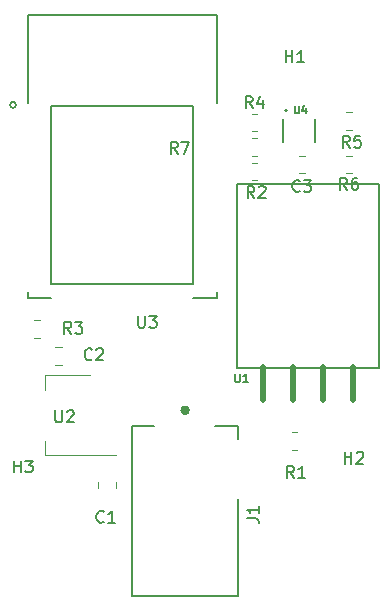
<source format=gbr>
%TF.GenerationSoftware,KiCad,Pcbnew,(6.0.6)*%
%TF.CreationDate,2023-01-19T12:46:02-03:00*%
%TF.ProjectId,mod_sensores,6d6f645f-7365-46e7-936f-7265732e6b69,rev?*%
%TF.SameCoordinates,Original*%
%TF.FileFunction,Legend,Top*%
%TF.FilePolarity,Positive*%
%FSLAX46Y46*%
G04 Gerber Fmt 4.6, Leading zero omitted, Abs format (unit mm)*
G04 Created by KiCad (PCBNEW (6.0.6)) date 2023-01-19 12:46:02*
%MOMM*%
%LPD*%
G01*
G04 APERTURE LIST*
%ADD10C,0.150000*%
%ADD11C,0.120000*%
%ADD12C,0.127000*%
%ADD13C,0.200000*%
%ADD14C,0.400000*%
%ADD15C,0.508000*%
G04 APERTURE END LIST*
D10*
%TO.C,U2*%
X89738095Y-98702380D02*
X89738095Y-99511904D01*
X89785714Y-99607142D01*
X89833333Y-99654761D01*
X89928571Y-99702380D01*
X90119047Y-99702380D01*
X90214285Y-99654761D01*
X90261904Y-99607142D01*
X90309523Y-99511904D01*
X90309523Y-98702380D01*
X90738095Y-98797619D02*
X90785714Y-98750000D01*
X90880952Y-98702380D01*
X91119047Y-98702380D01*
X91214285Y-98750000D01*
X91261904Y-98797619D01*
X91309523Y-98892857D01*
X91309523Y-98988095D01*
X91261904Y-99130952D01*
X90690476Y-99702380D01*
X91309523Y-99702380D01*
%TO.C,C3*%
X110433333Y-80107142D02*
X110385714Y-80154761D01*
X110242857Y-80202380D01*
X110147619Y-80202380D01*
X110004761Y-80154761D01*
X109909523Y-80059523D01*
X109861904Y-79964285D01*
X109814285Y-79773809D01*
X109814285Y-79630952D01*
X109861904Y-79440476D01*
X109909523Y-79345238D01*
X110004761Y-79250000D01*
X110147619Y-79202380D01*
X110242857Y-79202380D01*
X110385714Y-79250000D01*
X110433333Y-79297619D01*
X110766666Y-79202380D02*
X111385714Y-79202380D01*
X111052380Y-79583333D01*
X111195238Y-79583333D01*
X111290476Y-79630952D01*
X111338095Y-79678571D01*
X111385714Y-79773809D01*
X111385714Y-80011904D01*
X111338095Y-80107142D01*
X111290476Y-80154761D01*
X111195238Y-80202380D01*
X110909523Y-80202380D01*
X110814285Y-80154761D01*
X110766666Y-80107142D01*
%TO.C,R3*%
X91083333Y-92202380D02*
X90750000Y-91726190D01*
X90511904Y-92202380D02*
X90511904Y-91202380D01*
X90892857Y-91202380D01*
X90988095Y-91250000D01*
X91035714Y-91297619D01*
X91083333Y-91392857D01*
X91083333Y-91535714D01*
X91035714Y-91630952D01*
X90988095Y-91678571D01*
X90892857Y-91726190D01*
X90511904Y-91726190D01*
X91416666Y-91202380D02*
X92035714Y-91202380D01*
X91702380Y-91583333D01*
X91845238Y-91583333D01*
X91940476Y-91630952D01*
X91988095Y-91678571D01*
X92035714Y-91773809D01*
X92035714Y-92011904D01*
X91988095Y-92107142D01*
X91940476Y-92154761D01*
X91845238Y-92202380D01*
X91559523Y-92202380D01*
X91464285Y-92154761D01*
X91416666Y-92107142D01*
%TO.C,R6*%
X114433333Y-80002380D02*
X114100000Y-79526190D01*
X113861904Y-80002380D02*
X113861904Y-79002380D01*
X114242857Y-79002380D01*
X114338095Y-79050000D01*
X114385714Y-79097619D01*
X114433333Y-79192857D01*
X114433333Y-79335714D01*
X114385714Y-79430952D01*
X114338095Y-79478571D01*
X114242857Y-79526190D01*
X113861904Y-79526190D01*
X115290476Y-79002380D02*
X115100000Y-79002380D01*
X115004761Y-79050000D01*
X114957142Y-79097619D01*
X114861904Y-79240476D01*
X114814285Y-79430952D01*
X114814285Y-79811904D01*
X114861904Y-79907142D01*
X114909523Y-79954761D01*
X115004761Y-80002380D01*
X115195238Y-80002380D01*
X115290476Y-79954761D01*
X115338095Y-79907142D01*
X115385714Y-79811904D01*
X115385714Y-79573809D01*
X115338095Y-79478571D01*
X115290476Y-79430952D01*
X115195238Y-79383333D01*
X115004761Y-79383333D01*
X114909523Y-79430952D01*
X114861904Y-79478571D01*
X114814285Y-79573809D01*
%TO.C,R5*%
X114660397Y-76452380D02*
X114327064Y-75976190D01*
X114088968Y-76452380D02*
X114088968Y-75452380D01*
X114469921Y-75452380D01*
X114565159Y-75500000D01*
X114612778Y-75547619D01*
X114660397Y-75642857D01*
X114660397Y-75785714D01*
X114612778Y-75880952D01*
X114565159Y-75928571D01*
X114469921Y-75976190D01*
X114088968Y-75976190D01*
X115565159Y-75452380D02*
X115088968Y-75452380D01*
X115041349Y-75928571D01*
X115088968Y-75880952D01*
X115184206Y-75833333D01*
X115422302Y-75833333D01*
X115517540Y-75880952D01*
X115565159Y-75928571D01*
X115612778Y-76023809D01*
X115612778Y-76261904D01*
X115565159Y-76357142D01*
X115517540Y-76404761D01*
X115422302Y-76452380D01*
X115184206Y-76452380D01*
X115088968Y-76404761D01*
X115041349Y-76357142D01*
%TO.C,U4*%
X110012359Y-72899508D02*
X110012359Y-73417626D01*
X110042837Y-73478581D01*
X110073314Y-73509058D01*
X110134269Y-73539536D01*
X110256179Y-73539536D01*
X110317134Y-73509058D01*
X110347612Y-73478581D01*
X110378089Y-73417626D01*
X110378089Y-72899508D01*
X110957162Y-73112851D02*
X110957162Y-73539536D01*
X110804775Y-72869030D02*
X110652387Y-73326193D01*
X111048595Y-73326193D01*
%TO.C,H2*%
X114238095Y-103202380D02*
X114238095Y-102202380D01*
X114238095Y-102678571D02*
X114809523Y-102678571D01*
X114809523Y-103202380D02*
X114809523Y-102202380D01*
X115238095Y-102297619D02*
X115285714Y-102250000D01*
X115380952Y-102202380D01*
X115619047Y-102202380D01*
X115714285Y-102250000D01*
X115761904Y-102297619D01*
X115809523Y-102392857D01*
X115809523Y-102488095D01*
X115761904Y-102630952D01*
X115190476Y-103202380D01*
X115809523Y-103202380D01*
%TO.C,R4*%
X106433333Y-73102380D02*
X106100000Y-72626190D01*
X105861904Y-73102380D02*
X105861904Y-72102380D01*
X106242857Y-72102380D01*
X106338095Y-72150000D01*
X106385714Y-72197619D01*
X106433333Y-72292857D01*
X106433333Y-72435714D01*
X106385714Y-72530952D01*
X106338095Y-72578571D01*
X106242857Y-72626190D01*
X105861904Y-72626190D01*
X107290476Y-72435714D02*
X107290476Y-73102380D01*
X107052380Y-72054761D02*
X106814285Y-72769047D01*
X107433333Y-72769047D01*
%TO.C,H3*%
X86238095Y-103952380D02*
X86238095Y-102952380D01*
X86238095Y-103428571D02*
X86809523Y-103428571D01*
X86809523Y-103952380D02*
X86809523Y-102952380D01*
X87190476Y-102952380D02*
X87809523Y-102952380D01*
X87476190Y-103333333D01*
X87619047Y-103333333D01*
X87714285Y-103380952D01*
X87761904Y-103428571D01*
X87809523Y-103523809D01*
X87809523Y-103761904D01*
X87761904Y-103857142D01*
X87714285Y-103904761D01*
X87619047Y-103952380D01*
X87333333Y-103952380D01*
X87238095Y-103904761D01*
X87190476Y-103857142D01*
%TO.C,R1*%
X109933333Y-104402380D02*
X109600000Y-103926190D01*
X109361904Y-104402380D02*
X109361904Y-103402380D01*
X109742857Y-103402380D01*
X109838095Y-103450000D01*
X109885714Y-103497619D01*
X109933333Y-103592857D01*
X109933333Y-103735714D01*
X109885714Y-103830952D01*
X109838095Y-103878571D01*
X109742857Y-103926190D01*
X109361904Y-103926190D01*
X110885714Y-104402380D02*
X110314285Y-104402380D01*
X110600000Y-104402380D02*
X110600000Y-103402380D01*
X110504761Y-103545238D01*
X110409523Y-103640476D01*
X110314285Y-103688095D01*
%TO.C,J1*%
X105952040Y-107833540D02*
X106666770Y-107833540D01*
X106809716Y-107881189D01*
X106905013Y-107976486D01*
X106952662Y-108119432D01*
X106952662Y-108214730D01*
X106952662Y-106832918D02*
X106952662Y-107404702D01*
X106952662Y-107118810D02*
X105952040Y-107118810D01*
X106094986Y-107214108D01*
X106190283Y-107309405D01*
X106237932Y-107404702D01*
%TO.C,C1*%
X93833333Y-108107142D02*
X93785714Y-108154761D01*
X93642857Y-108202380D01*
X93547619Y-108202380D01*
X93404761Y-108154761D01*
X93309523Y-108059523D01*
X93261904Y-107964285D01*
X93214285Y-107773809D01*
X93214285Y-107630952D01*
X93261904Y-107440476D01*
X93309523Y-107345238D01*
X93404761Y-107250000D01*
X93547619Y-107202380D01*
X93642857Y-107202380D01*
X93785714Y-107250000D01*
X93833333Y-107297619D01*
X94785714Y-108202380D02*
X94214285Y-108202380D01*
X94500000Y-108202380D02*
X94500000Y-107202380D01*
X94404761Y-107345238D01*
X94309523Y-107440476D01*
X94214285Y-107488095D01*
%TO.C,U3*%
X96737507Y-90701958D02*
X96737507Y-91512106D01*
X96785162Y-91607418D01*
X96832818Y-91655074D01*
X96928130Y-91702730D01*
X97118753Y-91702730D01*
X97214065Y-91655074D01*
X97261720Y-91607418D01*
X97309376Y-91512106D01*
X97309376Y-90701958D01*
X97690623Y-90701958D02*
X98310148Y-90701958D01*
X97976558Y-91083204D01*
X98119525Y-91083204D01*
X98214837Y-91130860D01*
X98262492Y-91178516D01*
X98310148Y-91273827D01*
X98310148Y-91512106D01*
X98262492Y-91607418D01*
X98214837Y-91655074D01*
X98119525Y-91702730D01*
X97833590Y-91702730D01*
X97738279Y-91655074D01*
X97690623Y-91607418D01*
%TO.C,R7*%
X100083333Y-76952380D02*
X99750000Y-76476190D01*
X99511904Y-76952380D02*
X99511904Y-75952380D01*
X99892857Y-75952380D01*
X99988095Y-76000000D01*
X100035714Y-76047619D01*
X100083333Y-76142857D01*
X100083333Y-76285714D01*
X100035714Y-76380952D01*
X99988095Y-76428571D01*
X99892857Y-76476190D01*
X99511904Y-76476190D01*
X100416666Y-75952380D02*
X101083333Y-75952380D01*
X100654761Y-76952380D01*
%TO.C,H1*%
X109238095Y-69202380D02*
X109238095Y-68202380D01*
X109238095Y-68678571D02*
X109809523Y-68678571D01*
X109809523Y-69202380D02*
X109809523Y-68202380D01*
X110809523Y-69202380D02*
X110238095Y-69202380D01*
X110523809Y-69202380D02*
X110523809Y-68202380D01*
X110428571Y-68345238D01*
X110333333Y-68440476D01*
X110238095Y-68488095D01*
%TO.C,U1*%
X104966666Y-95616666D02*
X104966666Y-96183333D01*
X105000000Y-96250000D01*
X105033333Y-96283333D01*
X105100000Y-96316666D01*
X105233333Y-96316666D01*
X105300000Y-96283333D01*
X105333333Y-96250000D01*
X105366666Y-96183333D01*
X105366666Y-95616666D01*
X106066666Y-96316666D02*
X105666666Y-96316666D01*
X105866666Y-96316666D02*
X105866666Y-95616666D01*
X105800000Y-95716666D01*
X105733333Y-95783333D01*
X105666666Y-95816666D01*
%TO.C,C2*%
X92833333Y-94357142D02*
X92785714Y-94404761D01*
X92642857Y-94452380D01*
X92547619Y-94452380D01*
X92404761Y-94404761D01*
X92309523Y-94309523D01*
X92261904Y-94214285D01*
X92214285Y-94023809D01*
X92214285Y-93880952D01*
X92261904Y-93690476D01*
X92309523Y-93595238D01*
X92404761Y-93500000D01*
X92547619Y-93452380D01*
X92642857Y-93452380D01*
X92785714Y-93500000D01*
X92833333Y-93547619D01*
X93214285Y-93547619D02*
X93261904Y-93500000D01*
X93357142Y-93452380D01*
X93595238Y-93452380D01*
X93690476Y-93500000D01*
X93738095Y-93547619D01*
X93785714Y-93642857D01*
X93785714Y-93738095D01*
X93738095Y-93880952D01*
X93166666Y-94452380D01*
X93785714Y-94452380D01*
%TO.C,R2*%
X106583333Y-80702380D02*
X106250000Y-80226190D01*
X106011904Y-80702380D02*
X106011904Y-79702380D01*
X106392857Y-79702380D01*
X106488095Y-79750000D01*
X106535714Y-79797619D01*
X106583333Y-79892857D01*
X106583333Y-80035714D01*
X106535714Y-80130952D01*
X106488095Y-80178571D01*
X106392857Y-80226190D01*
X106011904Y-80226190D01*
X106964285Y-79797619D02*
X107011904Y-79750000D01*
X107107142Y-79702380D01*
X107345238Y-79702380D01*
X107440476Y-79750000D01*
X107488095Y-79797619D01*
X107535714Y-79892857D01*
X107535714Y-79988095D01*
X107488095Y-80130952D01*
X106916666Y-80702380D01*
X107535714Y-80702380D01*
D11*
%TO.C,U2*%
X94900000Y-102510000D02*
X88890000Y-102510000D01*
X92650000Y-95690000D02*
X88890000Y-95690000D01*
X88890000Y-95690000D02*
X88890000Y-96950000D01*
X88890000Y-102510000D02*
X88890000Y-101250000D01*
%TO.C,C3*%
X110338748Y-77165000D02*
X110861252Y-77165000D01*
X110338748Y-78635000D02*
X110861252Y-78635000D01*
%TO.C,R3*%
X87972936Y-91065000D02*
X88427064Y-91065000D01*
X87972936Y-92535000D02*
X88427064Y-92535000D01*
%TO.C,R6*%
X114827064Y-78635000D02*
X114372936Y-78635000D01*
X114827064Y-77165000D02*
X114372936Y-77165000D01*
%TO.C,R5*%
X114372936Y-74935000D02*
X114827064Y-74935000D01*
X114372936Y-73465000D02*
X114827064Y-73465000D01*
D12*
%TO.C,U4*%
X109050000Y-76000000D02*
X109050000Y-74000000D01*
X111750000Y-76000000D02*
X111750000Y-74000000D01*
D13*
X109350000Y-73305000D02*
G75*
G03*
X109350000Y-73305000I-100000J0D01*
G01*
D11*
%TO.C,R4*%
X106372936Y-73565000D02*
X106827064Y-73565000D01*
X106372936Y-75035000D02*
X106827064Y-75035000D01*
%TO.C,R1*%
X110227064Y-102035000D02*
X109772936Y-102035000D01*
X110227064Y-100565000D02*
X109772936Y-100565000D01*
D12*
%TO.C,J1*%
X96225000Y-99987500D02*
X98075000Y-99987500D01*
X105225000Y-114387500D02*
X96225000Y-114387500D01*
X96225000Y-114387500D02*
X96225000Y-99987500D01*
X105225000Y-106237500D02*
X105225000Y-114387500D01*
X103275000Y-99987500D02*
X105225000Y-99987500D01*
X105225000Y-99987500D02*
X105225000Y-101137500D01*
D14*
X100925000Y-98687500D02*
G75*
G03*
X100925000Y-98687500I-200000J0D01*
G01*
D11*
%TO.C,C1*%
X94835000Y-105261252D02*
X94835000Y-104738748D01*
X93365000Y-105261252D02*
X93365000Y-104738748D01*
D12*
%TO.C,U3*%
X89400000Y-87960000D02*
X89400000Y-72960000D01*
X103400000Y-65200000D02*
X103400000Y-72700000D01*
X101400000Y-72960000D02*
X101400000Y-87960000D01*
X87400000Y-89200000D02*
X89400000Y-89200000D01*
X89400000Y-72960000D02*
X101400000Y-72960000D01*
X103400000Y-88700000D02*
X103400000Y-89200000D01*
X87400000Y-65200000D02*
X103400000Y-65200000D01*
X87400000Y-88700000D02*
X87400000Y-89200000D01*
X101400000Y-87960000D02*
X89400000Y-87960000D01*
X87400000Y-72700000D02*
X87400000Y-65200000D01*
X103400000Y-89200000D02*
X101400000Y-89200000D01*
X86400000Y-72825000D02*
G75*
G03*
X86400000Y-72825000I-250000J0D01*
G01*
D11*
%TO.C,R7*%
X106827064Y-77135000D02*
X106372936Y-77135000D01*
X106827064Y-75665000D02*
X106372936Y-75665000D01*
D15*
%TO.C,U1*%
X112370000Y-97819000D02*
X112370000Y-95066000D01*
X109830000Y-97819000D02*
X109830000Y-95066000D01*
X107290000Y-97819000D02*
X107290000Y-95066000D01*
D12*
X105100000Y-95069000D02*
X105100000Y-79569000D01*
X117100000Y-95069000D02*
X105100000Y-95069000D01*
X117100000Y-79569000D02*
X117100000Y-95069000D01*
D15*
X114910000Y-97819000D02*
X114910000Y-95066000D01*
D12*
X105100000Y-79569000D02*
X117100000Y-79569000D01*
D11*
%TO.C,C2*%
X89738748Y-93365000D02*
X90261252Y-93365000D01*
X89738748Y-94835000D02*
X90261252Y-94835000D01*
%TO.C,R2*%
X106372936Y-79235000D02*
X106827064Y-79235000D01*
X106372936Y-77765000D02*
X106827064Y-77765000D01*
%TD*%
M02*

</source>
